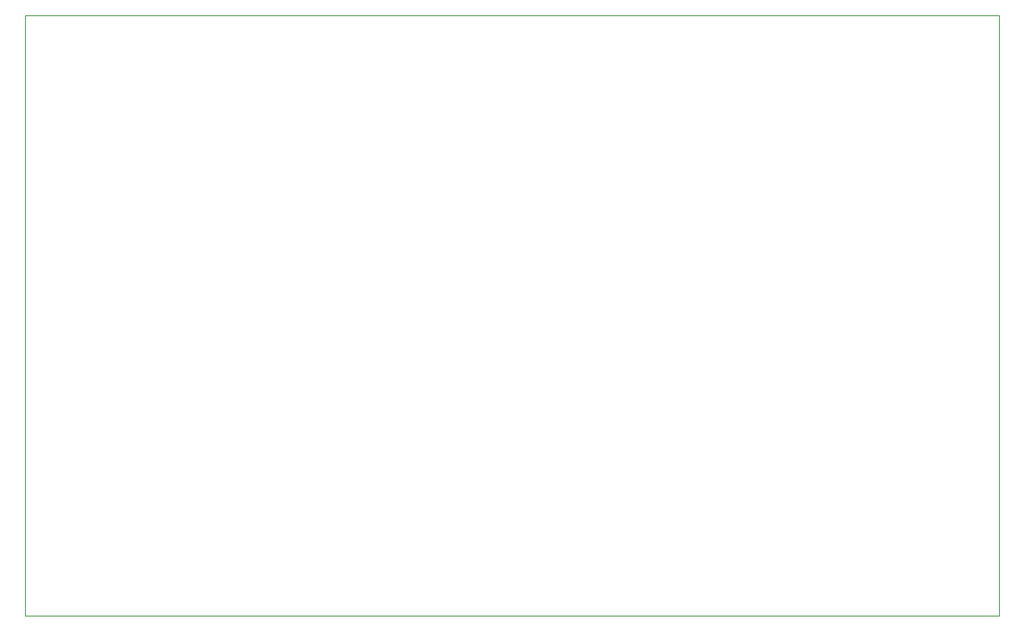
<source format=gbr>
%TF.GenerationSoftware,KiCad,Pcbnew,8.0.6*%
%TF.CreationDate,2025-01-29T18:48:29-08:00*%
%TF.ProjectId,SMV H and S Board,534d5620-4820-4616-9e64-205320426f61,rev?*%
%TF.SameCoordinates,Original*%
%TF.FileFunction,Profile,NP*%
%FSLAX46Y46*%
G04 Gerber Fmt 4.6, Leading zero omitted, Abs format (unit mm)*
G04 Created by KiCad (PCBNEW 8.0.6) date 2025-01-29 18:48:29*
%MOMM*%
%LPD*%
G01*
G04 APERTURE LIST*
%TA.AperFunction,Profile*%
%ADD10C,0.050000*%
%TD*%
G04 APERTURE END LIST*
D10*
X194825000Y-85200000D02*
X92550000Y-85200000D01*
X194825000Y-22200000D02*
X194825000Y-85200000D01*
X92550000Y-22200000D02*
X194825000Y-22200000D01*
X92550000Y-85200000D02*
X92550000Y-22200000D01*
M02*

</source>
